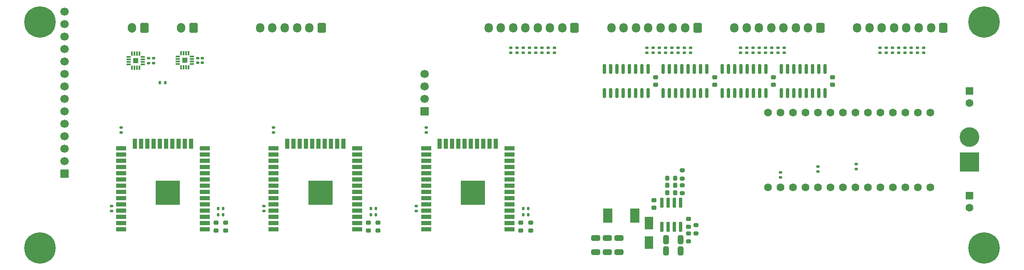
<source format=gbr>
%TF.GenerationSoftware,KiCad,Pcbnew,(6.0.0-0)*%
%TF.CreationDate,2022-02-05T17:25:56+01:00*%
%TF.ProjectId,Mega-Cube-Board,4d656761-2d43-4756-9265-2d426f617264,rev?*%
%TF.SameCoordinates,Original*%
%TF.FileFunction,Soldermask,Top*%
%TF.FilePolarity,Negative*%
%FSLAX46Y46*%
G04 Gerber Fmt 4.6, Leading zero omitted, Abs format (unit mm)*
G04 Created by KiCad (PCBNEW (6.0.0-0)) date 2022-02-05 17:25:56*
%MOMM*%
%LPD*%
G01*
G04 APERTURE LIST*
G04 Aperture macros list*
%AMRoundRect*
0 Rectangle with rounded corners*
0 $1 Rounding radius*
0 $2 $3 $4 $5 $6 $7 $8 $9 X,Y pos of 4 corners*
0 Add a 4 corners polygon primitive as box body*
4,1,4,$2,$3,$4,$5,$6,$7,$8,$9,$2,$3,0*
0 Add four circle primitives for the rounded corners*
1,1,$1+$1,$2,$3*
1,1,$1+$1,$4,$5*
1,1,$1+$1,$6,$7*
1,1,$1+$1,$8,$9*
0 Add four rect primitives between the rounded corners*
20,1,$1+$1,$2,$3,$4,$5,0*
20,1,$1+$1,$4,$5,$6,$7,0*
20,1,$1+$1,$6,$7,$8,$9,0*
20,1,$1+$1,$8,$9,$2,$3,0*%
G04 Aperture macros list end*
%ADD10RoundRect,0.135000X0.185000X-0.135000X0.185000X0.135000X-0.185000X0.135000X-0.185000X-0.135000X0*%
%ADD11RoundRect,0.042000X0.258000X-0.943000X0.258000X0.943000X-0.258000X0.943000X-0.258000X-0.943000X0*%
%ADD12RoundRect,0.250000X-0.650000X0.325000X-0.650000X-0.325000X0.650000X-0.325000X0.650000X0.325000X0*%
%ADD13RoundRect,0.225000X0.250000X-0.225000X0.250000X0.225000X-0.250000X0.225000X-0.250000X-0.225000X0*%
%ADD14R,1.800000X2.500000*%
%ADD15RoundRect,0.135000X-0.185000X0.135000X-0.185000X-0.135000X0.185000X-0.135000X0.185000X0.135000X0*%
%ADD16RoundRect,0.150000X-0.150000X0.825000X-0.150000X-0.825000X0.150000X-0.825000X0.150000X0.825000X0*%
%ADD17RoundRect,0.250000X0.600000X0.725000X-0.600000X0.725000X-0.600000X-0.725000X0.600000X-0.725000X0*%
%ADD18O,1.700000X1.950000*%
%ADD19RoundRect,0.200000X-0.275000X0.200000X-0.275000X-0.200000X0.275000X-0.200000X0.275000X0.200000X0*%
%ADD20C,0.800000*%
%ADD21C,6.400000*%
%ADD22R,1.600000X1.600000*%
%ADD23C,1.600000*%
%ADD24RoundRect,0.135000X0.135000X0.185000X-0.135000X0.185000X-0.135000X-0.185000X0.135000X-0.185000X0*%
%ADD25RoundRect,0.008100X0.126900X-0.411900X0.126900X0.411900X-0.126900X0.411900X-0.126900X-0.411900X0*%
%ADD26RoundRect,0.008100X0.411900X-0.126900X0.411900X0.126900X-0.411900X0.126900X-0.411900X-0.126900X0*%
%ADD27R,1.100000X1.100000*%
%ADD28RoundRect,0.225000X0.225000X0.250000X-0.225000X0.250000X-0.225000X-0.250000X0.225000X-0.250000X0*%
%ADD29RoundRect,0.250000X0.325000X0.650000X-0.325000X0.650000X-0.325000X-0.650000X0.325000X-0.650000X0*%
%ADD30R,2.000000X0.900000*%
%ADD31R,0.900000X2.000000*%
%ADD32R,5.000000X5.000000*%
%ADD33RoundRect,0.200000X0.200000X0.275000X-0.200000X0.275000X-0.200000X-0.275000X0.200000X-0.275000X0*%
%ADD34C,1.700000*%
%ADD35R,1.700000X1.700000*%
%ADD36RoundRect,0.225000X-0.250000X0.225000X-0.250000X-0.225000X0.250000X-0.225000X0.250000X0.225000X0*%
%ADD37RoundRect,0.200000X0.275000X-0.200000X0.275000X0.200000X-0.275000X0.200000X-0.275000X-0.200000X0*%
%ADD38R,1.950000X3.000000*%
%ADD39RoundRect,0.140000X0.170000X-0.140000X0.170000X0.140000X-0.170000X0.140000X-0.170000X-0.140000X0*%
%ADD40R,4.000000X4.000000*%
%ADD41C,4.000000*%
%ADD42RoundRect,0.250000X0.600000X0.750000X-0.600000X0.750000X-0.600000X-0.750000X0.600000X-0.750000X0*%
%ADD43O,1.700000X2.000000*%
%ADD44RoundRect,0.135000X-0.135000X-0.185000X0.135000X-0.185000X0.135000X0.185000X-0.135000X0.185000X0*%
G04 APERTURE END LIST*
D10*
%TO.C,R38*%
X-570285000Y-371225000D03*
X-570285000Y-370205000D03*
%TD*%
%TO.C,R24*%
X-534995000Y-371260000D03*
X-534995000Y-370240000D03*
%TD*%
D11*
%TO.C,U2*%
X-539533694Y-406720065D03*
X-538263694Y-406720065D03*
X-536993694Y-406720065D03*
X-535723694Y-406720065D03*
X-535723694Y-401780065D03*
X-536993694Y-401780065D03*
X-538263694Y-401780065D03*
X-539533694Y-401780065D03*
%TD*%
D10*
%TO.C,R6*%
X-486255000Y-371260000D03*
X-486255000Y-370240000D03*
%TD*%
D12*
%TO.C,C_OUT_1*%
X-548228694Y-408955065D03*
X-548228694Y-411905065D03*
%TD*%
D13*
%TO.C,C18*%
X-597250000Y-407425000D03*
X-597250000Y-405875000D03*
%TD*%
D14*
%TO.C,D1*%
X-542128694Y-405955065D03*
X-542128694Y-409955065D03*
%TD*%
D15*
%TO.C,R48*%
X-651500000Y-402490000D03*
X-651500000Y-403510000D03*
%TD*%
D16*
%TO.C,U6*%
X-518370000Y-374525000D03*
X-519640000Y-374525000D03*
X-520910000Y-374525000D03*
X-522180000Y-374525000D03*
X-523450000Y-374525000D03*
X-524720000Y-374525000D03*
X-525990000Y-374525000D03*
X-527260000Y-374525000D03*
X-527260000Y-379475000D03*
X-525990000Y-379475000D03*
X-524720000Y-379475000D03*
X-523450000Y-379475000D03*
X-522180000Y-379475000D03*
X-520910000Y-379475000D03*
X-519640000Y-379475000D03*
X-518370000Y-379475000D03*
%TD*%
D10*
%TO.C,R13*%
X-495145000Y-371260000D03*
X-495145000Y-370240000D03*
%TD*%
%TO.C,R41*%
X-515400000Y-396610000D03*
X-515400000Y-395590000D03*
%TD*%
D17*
%TO.C,J5*%
X-482300000Y-366140000D03*
D18*
X-484800000Y-366140000D03*
X-487300000Y-366140000D03*
X-489800000Y-366140000D03*
X-492300000Y-366140000D03*
X-494800000Y-366140000D03*
X-497300000Y-366140000D03*
X-499800000Y-366140000D03*
%TD*%
D15*
%TO.C,R53*%
X-618500000Y-386490000D03*
X-618500000Y-387510000D03*
%TD*%
D17*
%TO.C,J8*%
X-557300000Y-366140000D03*
D18*
X-559800000Y-366140000D03*
X-562300000Y-366140000D03*
X-564800000Y-366140000D03*
X-567300000Y-366140000D03*
X-569800000Y-366140000D03*
X-572300000Y-366140000D03*
X-574800000Y-366140000D03*
%TD*%
D19*
%TO.C,R_EN_B1*%
X-532603694Y-406405065D03*
X-532603694Y-408055065D03*
%TD*%
D20*
%TO.C,H4*%
X-666000000Y-367400000D03*
X-668400000Y-365000000D03*
X-664302944Y-366697056D03*
X-667697056Y-363302944D03*
D21*
X-666000000Y-365000000D03*
D20*
X-667697056Y-366697056D03*
X-664302944Y-363302944D03*
X-663600000Y-365000000D03*
X-666000000Y-362600000D03*
%TD*%
D22*
%TO.C,C7*%
X-477000000Y-400347349D03*
D23*
X-477000000Y-402847349D03*
%TD*%
D24*
%TO.C,R44*%
X-597740000Y-403000000D03*
X-598760000Y-403000000D03*
%TD*%
D25*
%TO.C,U9*%
X-637320000Y-374185000D03*
X-636820000Y-374185000D03*
X-636320000Y-374185000D03*
X-635820000Y-374185000D03*
D26*
X-635135000Y-373500000D03*
X-635135000Y-373000000D03*
X-635135000Y-372500000D03*
X-635135000Y-372000000D03*
D25*
X-635820000Y-371315000D03*
X-636320000Y-371315000D03*
X-636820000Y-371315000D03*
X-637320000Y-371315000D03*
D26*
X-638005000Y-372000000D03*
X-638005000Y-372500000D03*
X-638005000Y-373000000D03*
X-638005000Y-373500000D03*
D27*
X-636570000Y-372750000D03*
%TD*%
D28*
%TO.C,C_COMP2*%
X-536853694Y-399780065D03*
X-538403694Y-399780065D03*
%TD*%
D13*
%TO.C,C25*%
X-504815000Y-377775000D03*
X-504815000Y-376225000D03*
%TD*%
D10*
%TO.C,R15*%
X-514675000Y-371260000D03*
X-514675000Y-370240000D03*
%TD*%
%TO.C,R16*%
X-515945000Y-371260000D03*
X-515945000Y-370240000D03*
%TD*%
D24*
%TO.C,R45*%
X-628740000Y-404250000D03*
X-629760000Y-404250000D03*
%TD*%
D10*
%TO.C,R36*%
X-567745000Y-371225000D03*
X-567745000Y-370205000D03*
%TD*%
D29*
%TO.C,C_IN_1*%
X-535753694Y-409305065D03*
X-538703694Y-409305065D03*
%TD*%
D24*
%TO.C,R42*%
X-566750000Y-403000000D03*
X-567770000Y-403000000D03*
%TD*%
D30*
%TO.C,ESP2*%
X-601500000Y-407255000D03*
X-601500000Y-405985000D03*
X-601500000Y-404715000D03*
X-601500000Y-403445000D03*
X-601500000Y-402175000D03*
X-601500000Y-400905000D03*
X-601500000Y-399635000D03*
X-601500000Y-398365000D03*
X-601500000Y-397095000D03*
X-601500000Y-395825000D03*
X-601500000Y-394555000D03*
X-601500000Y-393285000D03*
X-601500000Y-392015000D03*
X-601500000Y-390745000D03*
D31*
X-604285000Y-389745000D03*
X-605555000Y-389745000D03*
X-606825000Y-389745000D03*
X-608095000Y-389745000D03*
X-609365000Y-389745000D03*
X-610635000Y-389745000D03*
X-611905000Y-389745000D03*
X-613175000Y-389745000D03*
X-614445000Y-389745000D03*
X-615715000Y-389745000D03*
D30*
X-618500000Y-390745000D03*
X-618500000Y-392015000D03*
X-618500000Y-393285000D03*
X-618500000Y-394555000D03*
X-618500000Y-395825000D03*
X-618500000Y-397095000D03*
X-618500000Y-398365000D03*
X-618500000Y-399635000D03*
X-618500000Y-400905000D03*
X-618500000Y-402175000D03*
X-618500000Y-403445000D03*
X-618500000Y-404715000D03*
X-618500000Y-405985000D03*
X-618500000Y-407255000D03*
D32*
X-609000000Y-399755000D03*
%TD*%
D10*
%TO.C,R8*%
X-488795000Y-371260000D03*
X-488795000Y-370240000D03*
%TD*%
%TO.C,R20*%
X-521025000Y-371260000D03*
X-521025000Y-370240000D03*
%TD*%
D33*
%TO.C,R_FB_B1*%
X-536803694Y-396780065D03*
X-538453694Y-396780065D03*
%TD*%
D23*
%TO.C,Teensy4.0*%
X-484890000Y-383380000D03*
X-487430000Y-383380000D03*
X-489970000Y-383380000D03*
X-492510000Y-383380000D03*
X-495050000Y-383380000D03*
X-497590000Y-383380000D03*
X-500130000Y-383380000D03*
X-502670000Y-383380000D03*
X-505210000Y-383380000D03*
X-507750000Y-383380000D03*
X-510290000Y-383380000D03*
X-512830000Y-383380000D03*
X-515370000Y-383380000D03*
X-517910000Y-383380000D03*
X-517910000Y-398620000D03*
X-515370000Y-398620000D03*
X-512830000Y-398620000D03*
X-510290000Y-398620000D03*
X-507750000Y-398620000D03*
X-505210000Y-398620000D03*
X-502670000Y-398620000D03*
X-500130000Y-398620000D03*
X-497590000Y-398620000D03*
X-495050000Y-398620000D03*
X-492510000Y-398620000D03*
X-489970000Y-398620000D03*
X-487430000Y-398620000D03*
X-484890000Y-398620000D03*
%TD*%
D16*
%TO.C,U4*%
X-506370000Y-374525000D03*
X-507640000Y-374525000D03*
X-508910000Y-374525000D03*
X-510180000Y-374525000D03*
X-511450000Y-374525000D03*
X-512720000Y-374525000D03*
X-513990000Y-374525000D03*
X-515260000Y-374525000D03*
X-515260000Y-379475000D03*
X-513990000Y-379475000D03*
X-512720000Y-379475000D03*
X-511450000Y-379475000D03*
X-510180000Y-379475000D03*
X-508910000Y-379475000D03*
X-507640000Y-379475000D03*
X-506370000Y-379475000D03*
%TD*%
D10*
%TO.C,R39*%
X-500000000Y-394910000D03*
X-500000000Y-393890000D03*
%TD*%
D17*
%TO.C,J7*%
X-507300000Y-366140000D03*
D18*
X-509800000Y-366140000D03*
X-512300000Y-366140000D03*
X-514800000Y-366140000D03*
X-517300000Y-366140000D03*
X-519800000Y-366140000D03*
X-522300000Y-366140000D03*
X-524800000Y-366140000D03*
%TD*%
D20*
%TO.C,H1*%
X-475697056Y-412697056D03*
X-475697056Y-409302944D03*
D21*
X-474000000Y-411000000D03*
D20*
X-474000000Y-408600000D03*
X-471600000Y-411000000D03*
X-472302944Y-412697056D03*
X-476400000Y-411000000D03*
X-474000000Y-413400000D03*
X-472302944Y-409302944D03*
%TD*%
D10*
%TO.C,R22*%
X-523565000Y-371260000D03*
X-523565000Y-370240000D03*
%TD*%
D34*
%TO.C,U1*%
X-661000000Y-362850000D03*
X-661000000Y-365390000D03*
X-661000000Y-367930000D03*
X-661000000Y-370470000D03*
X-661000000Y-373010000D03*
X-661000000Y-375550000D03*
X-661000000Y-378090000D03*
X-661000000Y-380630000D03*
X-661000000Y-383170000D03*
X-661000000Y-385710000D03*
X-661000000Y-388250000D03*
X-661000000Y-390790000D03*
X-661000000Y-393330000D03*
D35*
X-661000000Y-395870000D03*
D34*
X-587820000Y-375550000D03*
X-587820000Y-378090000D03*
X-587820000Y-380630000D03*
D35*
X-587820000Y-383170000D03*
%TD*%
D36*
%TO.C,C_SS1*%
X-534128694Y-405130065D03*
X-534128694Y-406680065D03*
%TD*%
D10*
%TO.C,R43*%
X-507800000Y-395410000D03*
X-507800000Y-394390000D03*
%TD*%
D24*
%TO.C,R47*%
X-597740000Y-404250000D03*
X-598760000Y-404250000D03*
%TD*%
D10*
%TO.C,R31*%
X-561395000Y-371225000D03*
X-561395000Y-370205000D03*
%TD*%
D28*
%TO.C,C_COMP1*%
X-536853694Y-398280065D03*
X-538403694Y-398280065D03*
%TD*%
D20*
%TO.C,H3*%
X-472302944Y-363302944D03*
X-476400000Y-365000000D03*
X-474000000Y-367400000D03*
X-472302944Y-366697056D03*
X-474000000Y-362600000D03*
X-475697056Y-366697056D03*
X-475697056Y-363302944D03*
D21*
X-474000000Y-365000000D03*
D20*
X-471600000Y-365000000D03*
%TD*%
D10*
%TO.C,R28*%
X-540075000Y-371260000D03*
X-540075000Y-370240000D03*
%TD*%
D15*
%TO.C,R51*%
X-587500000Y-386490000D03*
X-587500000Y-387510000D03*
%TD*%
D37*
%TO.C,R_COMP1*%
X-535378694Y-399855065D03*
X-535378694Y-398205065D03*
%TD*%
D19*
%TO.C,R_FB_T1*%
X-535378694Y-395205065D03*
X-535378694Y-396855065D03*
%TD*%
D24*
%TO.C,R46*%
X-566740000Y-404250000D03*
X-567760000Y-404250000D03*
%TD*%
D38*
%TO.C,L1*%
X-545006194Y-404455065D03*
X-550551194Y-404455065D03*
%TD*%
D15*
%TO.C,R49*%
X-649500000Y-386490000D03*
X-649500000Y-387510000D03*
%TD*%
D13*
%TO.C,C23*%
X-528815000Y-377775000D03*
X-528815000Y-376225000D03*
%TD*%
D17*
%TO.C,J4*%
X-608750000Y-366150000D03*
D18*
X-611250000Y-366150000D03*
X-613750000Y-366150000D03*
X-616250000Y-366150000D03*
X-618750000Y-366150000D03*
X-621250000Y-366150000D03*
%TD*%
D10*
%TO.C,R23*%
X-533725000Y-371260000D03*
X-533725000Y-370240000D03*
%TD*%
%TO.C,R33*%
X-563935000Y-371225000D03*
X-563935000Y-370205000D03*
%TD*%
D37*
%TO.C,R_EN_T1*%
X-534128694Y-409705065D03*
X-534128694Y-408055065D03*
%TD*%
D10*
%TO.C,R11*%
X-492605000Y-371260000D03*
X-492605000Y-370240000D03*
%TD*%
%TO.C,R10*%
X-491335000Y-371260000D03*
X-491335000Y-370240000D03*
%TD*%
D13*
%TO.C,C21*%
X-628250000Y-407425000D03*
X-628250000Y-405875000D03*
%TD*%
D39*
%TO.C,C12*%
X-633950000Y-373257500D03*
X-633950000Y-372297500D03*
%TD*%
D10*
%TO.C,R18*%
X-518485000Y-371260000D03*
X-518485000Y-370240000D03*
%TD*%
D13*
%TO.C,C_BOOT1*%
X-541128694Y-402805065D03*
X-541128694Y-401255065D03*
%TD*%
D12*
%TO.C,C_OUT_2*%
X-550628694Y-408955065D03*
X-550628694Y-411905065D03*
%TD*%
D30*
%TO.C,ESP3*%
X-632500000Y-407255000D03*
X-632500000Y-405985000D03*
X-632500000Y-404715000D03*
X-632500000Y-403445000D03*
X-632500000Y-402175000D03*
X-632500000Y-400905000D03*
X-632500000Y-399635000D03*
X-632500000Y-398365000D03*
X-632500000Y-397095000D03*
X-632500000Y-395825000D03*
X-632500000Y-394555000D03*
X-632500000Y-393285000D03*
X-632500000Y-392015000D03*
X-632500000Y-390745000D03*
D31*
X-635285000Y-389745000D03*
X-636555000Y-389745000D03*
X-637825000Y-389745000D03*
X-639095000Y-389745000D03*
X-640365000Y-389745000D03*
X-641635000Y-389745000D03*
X-642905000Y-389745000D03*
X-644175000Y-389745000D03*
X-645445000Y-389745000D03*
X-646715000Y-389745000D03*
D30*
X-649500000Y-390745000D03*
X-649500000Y-392015000D03*
X-649500000Y-393285000D03*
X-649500000Y-394555000D03*
X-649500000Y-395825000D03*
X-649500000Y-397095000D03*
X-649500000Y-398365000D03*
X-649500000Y-399635000D03*
X-649500000Y-400905000D03*
X-649500000Y-402175000D03*
X-649500000Y-403445000D03*
X-649500000Y-404715000D03*
X-649500000Y-405985000D03*
X-649500000Y-407255000D03*
D32*
X-640000000Y-399755000D03*
%TD*%
D10*
%TO.C,R17*%
X-517215000Y-371260000D03*
X-517215000Y-370240000D03*
%TD*%
D39*
%TO.C,C15*%
X-632975000Y-373257500D03*
X-632975000Y-372297500D03*
%TD*%
D10*
%TO.C,R21*%
X-522295000Y-371260000D03*
X-522295000Y-370240000D03*
%TD*%
%TO.C,R12*%
X-493875000Y-371260000D03*
X-493875000Y-370240000D03*
%TD*%
D13*
%TO.C,C22*%
X-516815000Y-377775000D03*
X-516815000Y-376225000D03*
%TD*%
D39*
%TO.C,C14*%
X-642950000Y-373305000D03*
X-642950000Y-372345000D03*
%TD*%
D13*
%TO.C,C20*%
X-566250000Y-407425000D03*
X-566250000Y-405875000D03*
%TD*%
D10*
%TO.C,R26*%
X-537535000Y-371260000D03*
X-537535000Y-370240000D03*
%TD*%
%TO.C,R25*%
X-536265000Y-371260000D03*
X-536265000Y-370240000D03*
%TD*%
%TO.C,R27*%
X-538805000Y-371260000D03*
X-538805000Y-370240000D03*
%TD*%
%TO.C,R34*%
X-565205000Y-371225000D03*
X-565205000Y-370205000D03*
%TD*%
D12*
%TO.C,C_OUT_3*%
X-553028694Y-408955065D03*
X-553028694Y-411905065D03*
%TD*%
D10*
%TO.C,R32*%
X-562665000Y-371225000D03*
X-562665000Y-370205000D03*
%TD*%
D15*
%TO.C,R50*%
X-589500000Y-402490000D03*
X-589500000Y-403510000D03*
%TD*%
D10*
%TO.C,R9*%
X-490065000Y-371260000D03*
X-490065000Y-370240000D03*
%TD*%
D39*
%TO.C,C13*%
X-643925000Y-373305000D03*
X-643925000Y-372345000D03*
%TD*%
D13*
%TO.C,C17*%
X-599250000Y-407425000D03*
X-599250000Y-405875000D03*
%TD*%
D40*
%TO.C,J1*%
X-477000000Y-393500000D03*
D41*
X-477000000Y-388420000D03*
%TD*%
D42*
%TO.C,J3*%
X-634800000Y-366150000D03*
D43*
X-637300000Y-366150000D03*
%TD*%
D13*
%TO.C,C16*%
X-630250000Y-407425000D03*
X-630250000Y-405875000D03*
%TD*%
D16*
%TO.C,U10*%
X-530370000Y-374525000D03*
X-531640000Y-374525000D03*
X-532910000Y-374525000D03*
X-534180000Y-374525000D03*
X-535450000Y-374525000D03*
X-536720000Y-374525000D03*
X-537990000Y-374525000D03*
X-539260000Y-374525000D03*
X-539260000Y-379475000D03*
X-537990000Y-379475000D03*
X-536720000Y-379475000D03*
X-535450000Y-379475000D03*
X-534180000Y-379475000D03*
X-532910000Y-379475000D03*
X-531640000Y-379475000D03*
X-530370000Y-379475000D03*
%TD*%
D20*
%TO.C,H2*%
X-666000000Y-408600000D03*
X-664302944Y-409302944D03*
X-663600000Y-411000000D03*
X-667697056Y-412697056D03*
X-668400000Y-411000000D03*
D21*
X-666000000Y-411000000D03*
D20*
X-664302944Y-412697056D03*
X-666000000Y-413400000D03*
X-667697056Y-409302944D03*
%TD*%
D44*
%TO.C,R14*%
X-641610000Y-377300000D03*
X-640590000Y-377300000D03*
%TD*%
D15*
%TO.C,R52*%
X-620500000Y-402490000D03*
X-620500000Y-403510000D03*
%TD*%
D30*
%TO.C,ESP1*%
X-570500000Y-407255000D03*
X-570500000Y-405985000D03*
X-570500000Y-404715000D03*
X-570500000Y-403445000D03*
X-570500000Y-402175000D03*
X-570500000Y-400905000D03*
X-570500000Y-399635000D03*
X-570500000Y-398365000D03*
X-570500000Y-397095000D03*
X-570500000Y-395825000D03*
X-570500000Y-394555000D03*
X-570500000Y-393285000D03*
X-570500000Y-392015000D03*
X-570500000Y-390745000D03*
D31*
X-573285000Y-389745000D03*
X-574555000Y-389745000D03*
X-575825000Y-389745000D03*
X-577095000Y-389745000D03*
X-578365000Y-389745000D03*
X-579635000Y-389745000D03*
X-580905000Y-389745000D03*
X-582175000Y-389745000D03*
X-583445000Y-389745000D03*
X-584715000Y-389745000D03*
D30*
X-587500000Y-390745000D03*
X-587500000Y-392015000D03*
X-587500000Y-393285000D03*
X-587500000Y-394555000D03*
X-587500000Y-395825000D03*
X-587500000Y-397095000D03*
X-587500000Y-398365000D03*
X-587500000Y-399635000D03*
X-587500000Y-400905000D03*
X-587500000Y-402175000D03*
X-587500000Y-403445000D03*
X-587500000Y-404715000D03*
X-587500000Y-405985000D03*
X-587500000Y-407255000D03*
D32*
X-578000000Y-399755000D03*
%TD*%
D10*
%TO.C,R37*%
X-569015000Y-371225000D03*
X-569015000Y-370205000D03*
%TD*%
D29*
%TO.C,C_IN_2*%
X-535753694Y-411605065D03*
X-538703694Y-411605065D03*
%TD*%
D13*
%TO.C,C24*%
X-540815000Y-377775000D03*
X-540815000Y-376225000D03*
%TD*%
%TO.C,C19*%
X-568250000Y-407425000D03*
X-568250000Y-405875000D03*
%TD*%
D16*
%TO.C,U11*%
X-542370000Y-374525000D03*
X-543640000Y-374525000D03*
X-544910000Y-374525000D03*
X-546180000Y-374525000D03*
X-547450000Y-374525000D03*
X-548720000Y-374525000D03*
X-549990000Y-374525000D03*
X-551260000Y-374525000D03*
X-551260000Y-379475000D03*
X-549990000Y-379475000D03*
X-548720000Y-379475000D03*
X-547450000Y-379475000D03*
X-546180000Y-379475000D03*
X-544910000Y-379475000D03*
X-543640000Y-379475000D03*
X-542370000Y-379475000D03*
%TD*%
D10*
%TO.C,R30*%
X-542615000Y-371260000D03*
X-542615000Y-370240000D03*
%TD*%
%TO.C,R7*%
X-487525000Y-371260000D03*
X-487525000Y-370240000D03*
%TD*%
%TO.C,R29*%
X-541345000Y-371260000D03*
X-541345000Y-370240000D03*
%TD*%
%TO.C,R19*%
X-519755000Y-371260000D03*
X-519755000Y-370240000D03*
%TD*%
D17*
%TO.C,J6*%
X-532300000Y-366140000D03*
D18*
X-534800000Y-366140000D03*
X-537300000Y-366140000D03*
X-539800000Y-366140000D03*
X-542300000Y-366140000D03*
X-544800000Y-366140000D03*
X-547300000Y-366140000D03*
X-549800000Y-366140000D03*
%TD*%
D42*
%TO.C,J2*%
X-644800000Y-366150000D03*
D43*
X-647300000Y-366150000D03*
%TD*%
D10*
%TO.C,R35*%
X-566475000Y-371225000D03*
X-566475000Y-370205000D03*
%TD*%
D22*
%TO.C,C5*%
X-477000000Y-379000000D03*
D23*
X-477000000Y-381500000D03*
%TD*%
D25*
%TO.C,U8*%
X-647300000Y-374260000D03*
X-646800000Y-374260000D03*
X-646300000Y-374260000D03*
X-645800000Y-374260000D03*
D26*
X-645115000Y-373575000D03*
X-645115000Y-373075000D03*
X-645115000Y-372575000D03*
X-645115000Y-372075000D03*
D25*
X-645800000Y-371390000D03*
X-646300000Y-371390000D03*
X-646800000Y-371390000D03*
X-647300000Y-371390000D03*
D26*
X-647985000Y-372075000D03*
X-647985000Y-372575000D03*
X-647985000Y-373075000D03*
X-647985000Y-373575000D03*
D27*
X-646550000Y-372825000D03*
%TD*%
D24*
%TO.C,R40*%
X-628740000Y-403000000D03*
X-629760000Y-403000000D03*
%TD*%
M02*

</source>
